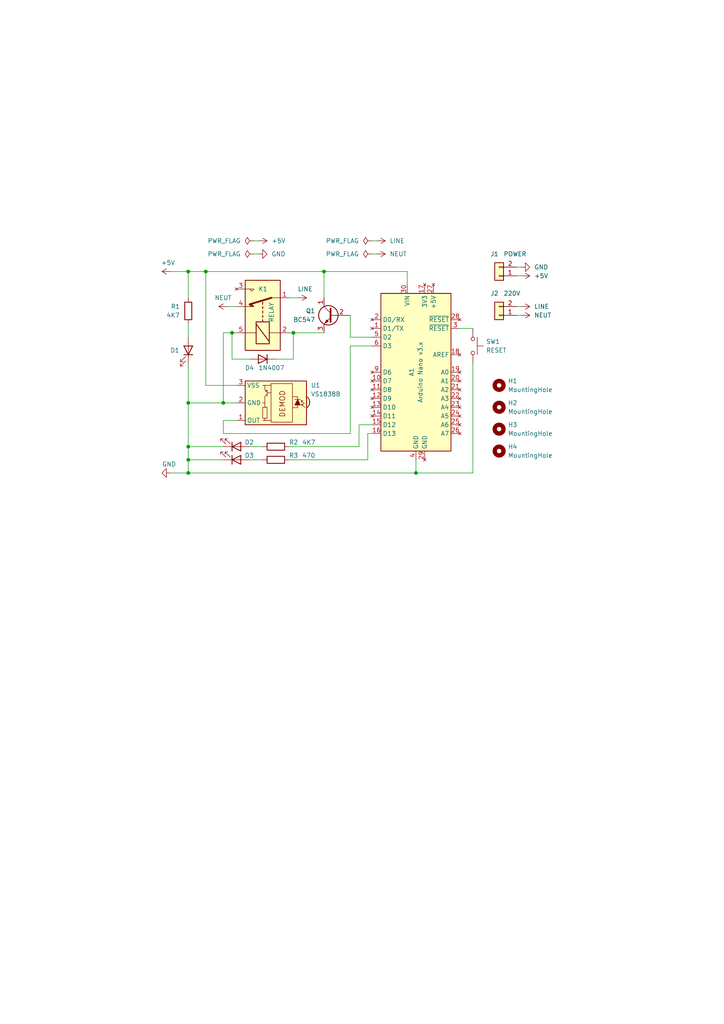
<source format=kicad_sch>
(kicad_sch (version 20211123) (generator eeschema)
  (paper "A4" portrait)
  (lib_symbols
    (symbol "Connector_Generic:Conn_01x02" (pin_names (offset 1.016) hide)
      (property "Reference" "J" (at 0 2.54 0))
      (property "Value" "Conn_01x02" (at 0 -5.08 0))
      (symbol "Conn_01x02_1_1"
        (rectangle (start -1.27 -2.413) (end 0 -2.667) (stroke (width 0.1524)))
        (rectangle (start -1.27 0.127) (end 0 -0.127) (stroke (width 0.1524)))
        (rectangle (start -1.27 1.27) (end 1.27 -3.81) (stroke (width 0.254)) (fill (type background)))
        (pin passive line (at -5.08 0 0) (length 3.81) (name "Pin_1") (number "1"))
        (pin passive line (at -5.08 -2.54 0) (length 3.81) (name "Pin_2") (number "2"))
      )
    )
    (symbol "Custom:VS1338B"
      (property "Reference" "U1" (at -6.35 -8.89 0))
      (property "Value" "VS1338B" (at 5.08 -8.89 0))
      (symbol "VS1338B_0_0"
        (arc (start -10.287 1.397) (mid -11.0899 -0.1905) (end -10.287 -1.778) (stroke (width 0.254)) (fill (type background)))
        (polyline (pts (xy 1.905 -5.08) (xy 0.127 -5.08)))
        (polyline (pts (xy 1.905 5.08) (xy 0.127 5.08)))
        (text "DEMOD" (at -3.175 0.254 900) (effects (font (size 1.524 1.524))))
      )
      (symbol "VS1338B_0_1"
        (rectangle (start -6.096 5.588) (end 0.127 -5.588))
        (polyline (pts (xy -8.763 0.381) (xy -9.652 1.27)))
        (polyline (pts (xy -8.763 0.381) (xy -9.271 0.381)))
        (polyline (pts (xy -8.763 0.381) (xy -8.763 0.889)))
        (polyline (pts (xy -8.636 -0.635) (xy -9.525 0.254)))
        (polyline (pts (xy -8.636 -0.635) (xy -9.144 -0.635)))
        (polyline (pts (xy -8.636 -0.635) (xy -8.636 -0.127)))
        (polyline (pts (xy -8.382 -1.016) (xy -6.731 -1.016)))
        (polyline (pts (xy 1.27 -2.921) (xy 0.127 -2.921)))
        (polyline (pts (xy 1.27 -1.905) (xy 1.27 -3.81)))
        (polyline (pts (xy 1.397 -3.556) (xy 1.524 -3.556)))
        (polyline (pts (xy 1.651 -3.556) (xy 1.524 -3.556)))
        (polyline (pts (xy 1.651 -3.556) (xy 1.651 -3.302)))
        (polyline (pts (xy 1.905 0) (xy 1.905 1.27)))
        (polyline (pts (xy 1.905 4.445) (xy 1.905 5.08) (xy 2.54 5.08)))
        (polyline (pts (xy -8.382 0.635) (xy -6.731 0.635) (xy -7.62 -1.016) (xy -8.382 0.635)) (fill (type outline)))
        (polyline (pts (xy -6.096 1.397) (xy -7.62 1.397) (xy -7.62 -1.778) (xy -6.096 -1.778)))
        (polyline (pts (xy 1.27 -3.175) (xy 1.905 -3.81) (xy 1.905 -5.08) (xy 2.54 -5.08)))
        (polyline (pts (xy 1.27 -2.54) (xy 1.905 -1.905) (xy 1.905 0) (xy 2.54 0)))
        (rectangle (start 2.54 1.27) (end 1.27 4.445))
        (rectangle (start 7.62 6.35) (end -10.16 -6.35) (stroke (width 0.254)) (fill (type background)))
      )
      (symbol "VS1338B_1_1"
        (pin output line (at 10.16 5.08 180) (length 2.54) (name "OUT") (number "1"))
        (pin power_in line (at 10.16 0 180) (length 2.54) (name "GND") (number "2"))
        (pin power_in line (at 10.16 -5.08 180) (length 2.54) (name "VSS") (number "3"))
      )
    )
    (symbol "Device:LED" (pin_numbers hide) (pin_names (offset 1.016) hide)
      (property "Reference" "D" (at 0 2.54 0))
      (property "Value" "LED" (at 0 -2.54 0))
      (symbol "LED_0_1"
        (polyline (pts (xy -1.27 -1.27) (xy -1.27 1.27)) (stroke (width 0.254)))
        (polyline (pts (xy -1.27 0) (xy 1.27 0)))
        (polyline (pts (xy 1.27 -1.27) (xy 1.27 1.27) (xy -1.27 0) (xy 1.27 -1.27)) (stroke (width 0.254)))
        (polyline (pts (xy -3.048 -0.762) (xy -4.572 -2.286) (xy -3.81 -2.286) (xy -4.572 -2.286) (xy -4.572 -1.524)))
        (polyline (pts (xy -1.778 -0.762) (xy -3.302 -2.286) (xy -2.54 -2.286) (xy -3.302 -2.286) (xy -3.302 -1.524)))
      )
      (symbol "LED_1_1"
        (pin passive line (at -3.81 0 0) (length 2.54) (name "K") (number "1"))
        (pin passive line (at 3.81 0 180) (length 2.54) (name "A") (number "2"))
      )
    )
    (symbol "Device:R" (pin_numbers hide) (pin_names (offset 0))
      (property "Reference" "R" (at 2.032 0 90))
      (property "Value" "R" (at 0 0 90))
      (symbol "R_0_1"
        (rectangle (start -1.016 -2.54) (end 1.016 2.54) (stroke (width 0.254)))
      )
      (symbol "R_1_1"
        (pin passive line (at 0 3.81 270) (length 1.27) (name "~") (number "1"))
        (pin passive line (at 0 -3.81 90) (length 1.27) (name "~") (number "2"))
      )
    )
    (symbol "Diode:1N4007" (pin_numbers hide) (pin_names (offset 1.016) hide)
      (property "Reference" "D" (at 0 2.54 0))
      (property "Value" "1N4007" (at 0 -2.54 0))
      (symbol "1N4007_0_1"
        (polyline (pts (xy -1.27 1.27) (xy -1.27 -1.27)) (stroke (width 0.254)))
        (polyline (pts (xy 1.27 0) (xy -1.27 0)))
        (polyline (pts (xy 1.27 1.27) (xy 1.27 -1.27) (xy -1.27 0) (xy 1.27 1.27)) (stroke (width 0.254)))
      )
      (symbol "1N4007_1_1"
        (pin passive line (at -3.81 0 0) (length 2.54) (name "K") (number "1"))
        (pin passive line (at 3.81 0 180) (length 2.54) (name "A") (number "2"))
      )
    )
    (symbol "MCU_Module:Arduino_Nano_v3.x"
      (property "Reference" "A1" (at -1.27 0 90))
      (property "Value" "Arduino Nano v3.0" (at 1.27 0 90))
      (symbol "Arduino_Nano_v3.x_0_1"
        (rectangle (start -10.16 22.86) (end 10.16 -22.86) (stroke (width 0.254)) (fill (type background)))
      )
      (symbol "Arduino_Nano_v3.x_1_1"
        (pin no_connect line (at -12.7 12.7 0) (length 2.54) (name "D1/TX") (number "1"))
        (pin no_connect line (at -12.7 -2.54 0) (length 2.54) (name "D7") (number "10"))
        (pin no_connect line (at -12.7 -5.08 0) (length 2.54) (name "D8") (number "11"))
        (pin no_connect line (at -12.7 -7.62 0) (length 2.54) (name "D9") (number "12"))
        (pin no_connect line (at -12.7 -10.16 0) (length 2.54) (name "D10") (number "13"))
        (pin no_connect line (at -12.7 -12.7 0) (length 2.54) (name "D11") (number "14"))
        (pin bidirectional line (at -12.7 -15.24 0) (length 2.54) (name "D12") (number "15"))
        (pin bidirectional line (at -12.7 -17.78 0) (length 2.54) (name "D13") (number "16"))
        (pin no_connect line (at 2.54 25.4 270) (length 2.54) (name "3V3") (number "17"))
        (pin no_connect line (at 12.7 5.08 180) (length 2.54) (name "AREF") (number "18"))
        (pin no_connect line (at 12.7 0 180) (length 2.54) (name "A0") (number "19"))
        (pin no_connect line (at -12.7 15.24 0) (length 2.54) (name "D0/RX") (number "2"))
        (pin no_connect line (at 12.7 -2.54 180) (length 2.54) (name "A1") (number "20"))
        (pin no_connect line (at 12.7 -5.08 180) (length 2.54) (name "A2") (number "21"))
        (pin no_connect line (at 12.7 -7.62 180) (length 2.54) (name "A3") (number "22"))
        (pin no_connect line (at 12.7 -10.16 180) (length 2.54) (name "A4") (number "23"))
        (pin no_connect line (at 12.7 -12.7 180) (length 2.54) (name "A5") (number "24"))
        (pin no_connect line (at 12.7 -15.24 180) (length 2.54) (name "A6") (number "25"))
        (pin no_connect line (at 12.7 -17.78 180) (length 2.54) (name "A7") (number "26"))
        (pin no_connect line (at 5.08 25.4 270) (length 2.54) (name "+5V") (number "27"))
        (pin no_connect line (at 12.7 15.24 180) (length 2.54) (name "~{RESET}") (number "28"))
        (pin no_connect line (at 2.54 -25.4 90) (length 2.54) (name "GND") (number "29"))
        (pin input line (at 12.7 12.7 180) (length 2.54) (name "~{RESET}") (number "3"))
        (pin power_in line (at -2.54 25.4 270) (length 2.54) (name "VIN") (number "30"))
        (pin power_in line (at 0 -25.4 90) (length 2.54) (name "GND") (number "4"))
        (pin bidirectional line (at -12.7 10.16 0) (length 2.54) (name "D2") (number "5"))
        (pin bidirectional line (at -12.7 7.62 0) (length 2.54) (name "D3") (number "6"))
        (pin no_connect line (at -12.7 0 0) (length 2.54) (name "D6") (number "9"))
      )
    )
    (symbol "Mechanical:MountingHole" (pin_names (offset 1.016))
      (property "Reference" "H" (at 0 5.08 0))
      (property "Value" "MountingHole" (at 0 3.175 0))
      (symbol "MountingHole_0_1"
        (circle (center 0 0) (radius 1.27) (stroke (width 1.27)))
      )
    )
    (symbol "Relay:SANYOU_SRD_Form_C"
      (property "Reference" "K?" (at 11.43 3.81 0))
      (property "Value" "RELAY 5V" (at 11.43 1.27 0))
      (symbol "SANYOU_SRD_Form_C_0_0"
        (polyline (pts (xy 7.62 5.08) (xy 7.62 2.54) (xy 6.985 3.175) (xy 7.62 3.81)))
      )
      (symbol "SANYOU_SRD_Form_C_0_1"
        (rectangle (start -10.16 5.08) (end 10.16 -5.08) (stroke (width 0.254)) (fill (type background)))
        (rectangle (start -8.255 1.905) (end -1.905 -1.905) (stroke (width 0.254)))
        (polyline (pts (xy -7.62 -1.905) (xy -2.54 1.905)) (stroke (width 0.254)))
        (polyline (pts (xy -5.08 -5.08) (xy -5.08 -1.905)))
        (polyline (pts (xy -5.08 5.08) (xy -5.08 1.905)))
        (polyline (pts (xy -1.905 0) (xy -1.27 0)) (stroke (width 0.254)))
        (polyline (pts (xy -0.635 0) (xy 0 0)) (stroke (width 0.254)))
        (polyline (pts (xy 0.635 0) (xy 1.27 0)) (stroke (width 0.254)))
        (polyline (pts (xy 1.905 0) (xy 2.54 0)) (stroke (width 0.254)))
        (polyline (pts (xy 3.175 0) (xy 3.81 0)) (stroke (width 0.254)))
        (polyline (pts (xy 5.08 -2.54) (xy 3.175 3.81)) (stroke (width 0.508)))
        (polyline (pts (xy 5.08 -2.54) (xy 5.08 -5.08)))
      )
      (symbol "SANYOU_SRD_Form_C_1_1"
        (polyline (pts (xy 2.54 3.81) (xy 3.175 3.175) (xy 2.54 2.54) (xy 2.54 5.08)) (fill (type outline)))
        (pin passive line (at 5.08 -7.62 90) (length 2.54) (name "~") (number "1"))
        (pin passive line (at -5.08 -7.62 90) (length 2.54) (name "~") (number "2"))
        (pin no_connect line (at 7.62 7.62 270) (length 2.54) (name "~") (number "3"))
        (pin passive line (at 2.54 7.62 270) (length 2.54) (name "~") (number "4"))
        (pin passive line (at -5.08 7.62 270) (length 2.54) (name "~") (number "5"))
      )
    )
    (symbol "Switch:SW_Push" (pin_numbers hide) (pin_names (offset 1.016) hide)
      (property "Reference" "SW" (at 1.27 2.54 0))
      (property "Value" "SW_Push" (at 0 -1.524 0))
      (symbol "SW_Push_0_1"
        (circle (center -2.032 0) (radius 0.508))
        (polyline (pts (xy 0 1.27) (xy 0 3.048)))
        (polyline (pts (xy 2.54 1.27) (xy -2.54 1.27)))
        (circle (center 2.032 0) (radius 0.508))
        (pin passive line (at -5.08 0 0) (length 2.54) (name "1") (number "1"))
        (pin passive line (at 5.08 0 180) (length 2.54) (name "2") (number "2"))
      )
    )
    (symbol "Transistor_BJT:BC547" (pin_names (offset 0) hide)
      (property "Reference" "Q" (at 5.08 1.905 0))
      (property "Value" "BC547" (at 5.08 0 0))
      (symbol "BC547_0_1"
        (polyline (pts (xy 0 0) (xy 0.635 0)))
        (polyline (pts (xy 0.635 0.635) (xy 2.54 2.54)))
        (polyline (pts (xy 0.635 -0.635) (xy 2.54 -2.54) (xy 2.54 -2.54)))
        (polyline (pts (xy 0.635 1.905) (xy 0.635 -1.905) (xy 0.635 -1.905)) (stroke (width 0.508)))
        (polyline (pts (xy 1.27 -1.778) (xy 1.778 -1.27) (xy 2.286 -2.286) (xy 1.27 -1.778) (xy 1.27 -1.778)) (fill (type outline)))
        (circle (center 1.27 0) (radius 2.8194) (stroke (width 0.254)))
      )
      (symbol "BC547_1_1"
        (pin passive line (at 2.54 5.08 270) (length 2.54) (name "C") (number "1"))
        (pin input line (at -5.08 0 0) (length 5.08) (name "B") (number "2"))
        (pin passive line (at 2.54 -5.08 90) (length 2.54) (name "E") (number "3"))
      )
    )
    (symbol "power:+5V" (power) (pin_names (offset 0))
      (property "Value" "+5V" (at 0 3.556 0))
      (symbol "+5V_0_1"
        (polyline (pts (xy -0.762 1.27) (xy 0 2.54)))
        (polyline (pts (xy 0 0) (xy 0 2.54)))
        (polyline (pts (xy 0 2.54) (xy 0.762 1.27)))
      )
      (symbol "+5V_1_1"
        (pin power_in line (at 0 0 90) (length 0) hide (name "+5V") (number "1"))
      )
    )
    (symbol "power:GND" (power) (pin_names (offset 0))
      (property "Value" "GND" (at 0 -3.81 0))
      (symbol "GND_0_1"
        (polyline (pts (xy 0 0) (xy 0 -1.27) (xy 1.27 -1.27) (xy 0 -2.54) (xy -1.27 -1.27) (xy 0 -1.27)))
      )
      (symbol "GND_1_1"
        (pin power_in line (at 0 0 270) (length 0) hide (name "GND") (number "1"))
      )
    )
    (symbol "power:LINE" (power) (pin_names (offset 0))
      (property "Value" "LINE" (at 0 3.81 0))
      (symbol "LINE_0_1"
        (polyline (pts (xy -0.762 1.27) (xy 0 2.54)))
        (polyline (pts (xy 0 0) (xy 0 2.54)))
        (polyline (pts (xy 0 2.54) (xy 0.762 1.27)))
      )
      (symbol "LINE_1_1"
        (pin power_in line (at 0 0 90) (length 0) hide (name "LINE") (number "1"))
      )
    )
    (symbol "power:NEUT" (power) (pin_names (offset 0))
      (property "Value" "NEUT" (at 0 3.81 0))
      (symbol "NEUT_0_1"
        (polyline (pts (xy -0.762 1.27) (xy 0 2.54)))
        (polyline (pts (xy 0 0) (xy 0 2.54)))
        (polyline (pts (xy 0 2.54) (xy 0.762 1.27)))
      )
      (symbol "NEUT_1_1"
        (pin power_in line (at 0 0 90) (length 0) hide (name "NEUT") (number "1"))
      )
    )
    (symbol "power:PWR_FLAG" (power) (pin_numbers hide) (pin_names (offset 0) hide)
      (property "Value" "PWR_FLAG" (at 0 3.81 0))
      (symbol "PWR_FLAG_0_0"
        (pin power_out line (at 0 0 90) (length 0) (name "pwr") (number "1"))
      )
      (symbol "PWR_FLAG_0_1"
        (polyline (pts (xy 0 0) (xy 0 1.27) (xy -1.016 1.905) (xy 0 2.54) (xy 1.016 1.905) (xy 0 1.27)))
      )
    )
  )
  (junction (at 54.61 116.84))
  (junction (at 54.61 137.16))
  (junction (at 67.31 96.52))
  (junction (at 93.98 78.74))
  (junction (at 85.09 96.52))
  (junction (at 54.61 133.35))
  (junction (at 120.65 137.16))
  (junction (at 54.61 129.54))
  (junction (at 64.77 116.84))
  (junction (at 59.69 78.74))
  (junction (at 54.61 78.74))
  (wire (pts (xy 106.68 125.73) (xy 106.68 133.35)))
  (wire (pts (xy 54.61 78.74) (xy 59.69 78.74)))
  (wire (pts (xy 101.6 100.33) (xy 107.95 100.33)))
  (wire (pts (xy 67.31 104.14) (xy 72.39 104.14)))
  (wire (pts (xy 107.95 69.85) (xy 109.22 69.85)))
  (wire (pts (xy 49.53 137.16) (xy 54.61 137.16)))
  (wire (pts (xy 104.14 123.19) (xy 107.95 123.19)))
  (wire (pts (xy 59.69 78.74) (xy 93.98 78.74)))
  (wire (pts (xy 64.77 96.52) (xy 64.77 116.84)))
  (wire (pts (xy 101.6 125.73) (xy 101.6 100.33)))
  (wire (pts (xy 118.11 78.74) (xy 118.11 82.55)))
  (wire (pts (xy 149.86 80.01) (xy 151.13 80.01)))
  (wire (pts (xy 54.61 129.54) (xy 64.77 129.54)))
  (wire (pts (xy 54.61 105.41) (xy 54.61 116.84)))
  (wire (pts (xy 101.6 91.44) (xy 101.6 97.79)))
  (wire (pts (xy 64.77 121.92) (xy 68.58 121.92)))
  (wire (pts (xy 80.01 104.14) (xy 85.09 104.14)))
  (wire (pts (xy 54.61 137.16) (xy 120.65 137.16)))
  (wire (pts (xy 149.86 91.44) (xy 151.13 91.44)))
  (wire (pts (xy 76.2 129.54) (xy 72.39 129.54)))
  (wire (pts (xy 59.69 111.76) (xy 68.58 111.76)))
  (wire (pts (xy 67.31 96.52) (xy 64.77 96.52)))
  (wire (pts (xy 104.14 123.19) (xy 104.14 129.54)))
  (wire (pts (xy 85.09 96.52) (xy 93.98 96.52)))
  (wire (pts (xy 54.61 129.54) (xy 54.61 133.35)))
  (wire (pts (xy 54.61 93.98) (xy 54.61 97.79)))
  (wire (pts (xy 54.61 78.74) (xy 54.61 86.36)))
  (wire (pts (xy 74.93 73.66) (xy 73.66 73.66)))
  (wire (pts (xy 64.77 121.92) (xy 64.77 125.73)))
  (wire (pts (xy 93.98 78.74) (xy 118.11 78.74)))
  (wire (pts (xy 106.68 125.73) (xy 107.95 125.73)))
  (wire (pts (xy 107.95 73.66) (xy 109.22 73.66)))
  (wire (pts (xy 54.61 116.84) (xy 54.61 129.54)))
  (wire (pts (xy 137.16 105.41) (xy 137.16 137.16)))
  (wire (pts (xy 72.39 133.35) (xy 76.2 133.35)))
  (wire (pts (xy 67.31 96.52) (xy 67.31 104.14)))
  (wire (pts (xy 68.58 96.52) (xy 67.31 96.52)))
  (wire (pts (xy 149.86 88.9) (xy 151.13 88.9)))
  (wire (pts (xy 73.66 69.85) (xy 74.93 69.85)))
  (wire (pts (xy 83.82 129.54) (xy 104.14 129.54)))
  (wire (pts (xy 64.77 125.73) (xy 101.6 125.73)))
  (wire (pts (xy 107.95 97.79) (xy 101.6 97.79)))
  (wire (pts (xy 83.82 96.52) (xy 85.09 96.52)))
  (wire (pts (xy 64.77 116.84) (xy 68.58 116.84)))
  (wire (pts (xy 85.09 96.52) (xy 85.09 104.14)))
  (wire (pts (xy 93.98 78.74) (xy 93.98 86.36)))
  (wire (pts (xy 83.82 86.36) (xy 86.36 86.36)))
  (wire (pts (xy 49.53 78.74) (xy 54.61 78.74)))
  (wire (pts (xy 54.61 133.35) (xy 54.61 137.16)))
  (wire (pts (xy 66.04 88.9) (xy 68.58 88.9)))
  (wire (pts (xy 137.16 137.16) (xy 120.65 137.16)))
  (wire (pts (xy 54.61 116.84) (xy 64.77 116.84)))
  (wire (pts (xy 59.69 78.74) (xy 59.69 111.76)))
  (wire (pts (xy 83.82 133.35) (xy 106.68 133.35)))
  (wire (pts (xy 54.61 133.35) (xy 64.77 133.35)))
  (wire (pts (xy 120.65 133.35) (xy 120.65 137.16)))
  (wire (pts (xy 149.86 77.47) (xy 151.13 77.47)))
  (wire (pts (xy 133.35 95.25) (xy 137.16 95.25)))
  (symbol (lib_id "MCU_Module:Arduino_Nano_v3.x") (at 120.65 107.95 0) (unit 1)
    (property "Reference" "A1" (at 119.38 107.95 90))
    (property "Value" "Arduino Nano v3.x" (at 121.92 107.95 90))
    (property "Footprint" "Module:Arduino_Nano" (effects hide))
    (property "Datasheet" "http://www.mouser.com/pdfdocs/Gravitech_Arduino_Nano3_0.pdf" (effects hide))
  )
  (symbol (lib_id "Device:R") (at 54.61 90.17 0) (unit 1)
    (property "Reference" "R1" (at 49.53 88.9 0) (effects (justify left)))
    (property "Value" "4K7" (at 48.26 91.44 0) (effects (justify left)))
    (property "Footprint" "Resistor_THT:R_Axial_DIN0207_L6.3mm_D2.5mm_P7.62mm_Horizontal" (effects hide))
  )
  (symbol (lib_id "power:GND") (at 151.13 77.47 90) (unit 1)
    (property "Reference" "#PWR06" (effects hide))
    (property "Value" "GND" (at 154.94 77.4699 90) (effects (justify right)))
  )
  (symbol (lib_id "power:PWR_FLAG") (at 73.66 69.85 90) (unit 1)
    (property "Reference" "#FLG01" (effects hide))
    (property "Value" "PWR_FLAG" (at 69.85 69.8499 90) (effects (justify left)))
  )
  (symbol (lib_id "power:PWR_FLAG") (at 73.66 73.66 90) (unit 1)
    (property "Reference" "#FLG02" (effects hide))
    (property "Value" "PWR_FLAG" (at 69.85 73.6599 90) (effects (justify left)))
  )
  (symbol (lib_id "Mechanical:MountingHole") (at 144.78 130.81 0) (unit 1)
    (property "Reference" "H4" (at 147.32 129.5399 0) (effects (justify left)))
    (property "Value" "MountingHole" (at 147.32 132.0799 0) (effects (justify left)))
    (property "Footprint" "MountingHole:MountingHole_2.1mm" (effects hide))
  )
  (symbol (lib_id "power:PWR_FLAG") (at 107.95 69.85 90) (unit 1)
    (property "Reference" "#FLG03" (effects hide))
    (property "Value" "PWR_FLAG" (at 104.14 69.8499 90) (effects (justify left)))
  )
  (symbol (lib_id "power:LINE") (at 86.36 86.36 270) (unit 1)
    (property "Reference" "#PWR011" (effects hide))
    (property "Value" "LINE" (at 86.36 83.82 90) (effects (justify left)))
  )
  (symbol (lib_id "Device:LED") (at 68.58 133.35 0) (mirror x) (unit 1)
    (property "Reference" "D3" (at 73.66 132.08 0) (effects (justify right)))
    (property "Value" "LED" (effects hide))
    (property "Footprint" "LED_THT:LED_D5.0mm" (effects hide))
  )
  (symbol (lib_id "Connector_Generic:Conn_01x02") (at 144.78 91.44 180) (unit 1)
    (property "Reference" "J2" (at 142.24 85.09 0) (effects (justify right)))
    (property "Value" "220V" (at 146.05 85.09 0) (effects (justify right)))
    (property "Footprint" "TerminalBlock:TerminalBlock_bornier-2_P5.08mm" (effects hide))
  )
  (symbol (lib_id "Transistor_BJT:BC547") (at 96.52 91.44 0) (mirror y) (unit 1)
    (property "Reference" "Q1" (at 91.44 90.1699 0) (effects (justify left)))
    (property "Value" "BC547" (at 91.44 92.7099 0) (effects (justify left)))
    (property "Footprint" "Package_TO_SOT_THT:TO-92_Inline_Wide" (effects hide))
    (property "Datasheet" "https://www.onsemi.com/pub/Collateral/BC550-D.pdf" (effects hide))
  )
  (symbol (lib_id "Relay:SANYOU_SRD_Form_C") (at 76.2 91.44 90) (unit 1)
    (property "Reference" "K1" (at 74.93 83.82 90) (effects (justify right)))
    (property "Value" "RELAY" (at 78.74 87.63 0) (effects (justify right)))
    (property "Footprint" "Relay_THT:Relay_SPDT_SANYOU_SRD_Series_Form_C" (effects hide))
    (property "Datasheet" "http://www.sanyourelay.ca/public/products/pdf/SRD.pdf" (effects hide))
  )
  (symbol (lib_id "Device:LED") (at 54.61 101.6 270) (mirror x) (unit 1)
    (property "Reference" "D1" (at 52.07 101.6 90) (effects (justify right)))
    (property "Value" "LED" (effects hide))
    (property "Footprint" "LED_THT:LED_D5.0mm" (effects hide))
  )
  (symbol (lib_id "Custom:VS1338B") (at 78.74 116.84 180) (unit 1)
    (property "Reference" "U1" (at 90.17 111.76 0) (effects (justify right)))
    (property "Value" "VS1838B" (at 90.17 114.3 0) (effects (justify right)))
    (property "Footprint" "OptoDevice:Vishay_MINICAST-3Pin" (effects hide))
    (property "Datasheet" "Datasheet not available" (effects hide))
  )
  (symbol (lib_id "power:+5V") (at 151.13 80.01 270) (unit 1)
    (property "Reference" "#PWR07" (effects hide))
    (property "Value" "+5V" (at 154.94 80.0099 90) (effects (justify left)))
  )
  (symbol (lib_id "power:NEUT") (at 151.13 91.44 270) (unit 1)
    (property "Reference" "#PWR012" (effects hide))
    (property "Value" "NEUT" (at 154.94 91.4399 90) (effects (justify left)))
  )
  (symbol (lib_id "power:GND") (at 74.93 73.66 90) (unit 1)
    (property "Reference" "#PWR02" (effects hide))
    (property "Value" "GND" (at 78.74 73.6599 90) (effects (justify right)))
  )
  (symbol (lib_id "power:GND") (at 49.53 137.16 270) (unit 1)
    (property "Reference" "#PWR05" (effects hide))
    (property "Value" "GND" (at 46.99 134.62 90) (effects (justify left)))
  )
  (symbol (lib_id "Device:R") (at 80.01 129.54 270) (unit 1)
    (property "Reference" "R2" (at 83.82 128.27 90) (effects (justify left)))
    (property "Value" "4K7" (at 87.63 128.27 90) (effects (justify left)))
    (property "Footprint" "Resistor_THT:R_Axial_DIN0207_L6.3mm_D2.5mm_P7.62mm_Horizontal" (effects hide))
  )
  (symbol (lib_id "power:LINE") (at 151.13 88.9 270) (unit 1)
    (property "Reference" "#PWR08" (effects hide))
    (property "Value" "LINE" (at 154.94 88.8999 90) (effects (justify left)))
  )
  (symbol (lib_id "Connector_Generic:Conn_01x02") (at 144.78 80.01 180) (unit 1)
    (property "Reference" "J1" (at 142.24 73.66 0) (effects (justify right)))
    (property "Value" "POWER" (at 146.05 73.66 0) (effects (justify right)))
    (property "Footprint" "Connector_PinHeader_2.54mm:PinHeader_1x02_P2.54mm_Vertical" (effects hide))
  )
  (symbol (lib_id "Switch:SW_Push") (at 137.16 100.33 270) (unit 1)
    (property "Reference" "SW1" (at 140.97 99.0599 90) (effects (justify left)))
    (property "Value" "RESET" (at 140.97 101.5999 90) (effects (justify left)))
    (property "Footprint" "Button_Switch_THT:SW_PUSH-12mm" (effects hide))
  )
  (symbol (lib_id "power:NEUT") (at 66.04 88.9 90) (unit 1)
    (property "Reference" "#PWR09" (effects hide))
    (property "Value" "NEUT" (at 62.23 86.36 90) (effects (justify right)))
  )
  (symbol (lib_id "power:+5V") (at 49.53 78.74 90) (unit 1)
    (property "Reference" "#PWR04" (effects hide))
    (property "Value" "+5V" (at 50.8 76.2 90) (effects (justify left)))
  )
  (symbol (lib_id "power:LINE") (at 109.22 69.85 270) (unit 1)
    (property "Reference" "#PWR03" (effects hide))
    (property "Value" "LINE" (at 113.03 69.8499 90) (effects (justify left)))
  )
  (symbol (lib_id "power:PWR_FLAG") (at 107.95 73.66 90) (unit 1)
    (property "Reference" "#FLG04" (effects hide))
    (property "Value" "PWR_FLAG" (at 104.14 73.6599 90) (effects (justify left)))
  )
  (symbol (lib_id "power:+5V") (at 74.93 69.85 270) (unit 1)
    (property "Reference" "#PWR01" (effects hide))
    (property "Value" "+5V" (at 78.74 69.8499 90) (effects (justify left)))
  )
  (symbol (lib_id "Diode:1N4007") (at 76.2 104.14 180) (unit 1)
    (property "Reference" "D4" (at 72.39 106.68 0))
    (property "Value" "1N4007" (at 78.74 106.68 0))
    (property "Footprint" "Diode_THT:D_DO-41_SOD81_P10.16mm_Horizontal" (effects hide))
    (property "Datasheet" "http://www.vishay.com/docs/88503/1n4001.pdf" (effects hide))
  )
  (symbol (lib_id "Device:LED") (at 68.58 129.54 0) (mirror x) (unit 1)
    (property "Reference" "D2" (at 73.66 128.27 0) (effects (justify right)))
    (property "Value" "LED" (effects hide))
    (property "Footprint" "LED_THT:LED_D5.0mm" (effects hide))
  )
  (symbol (lib_id "Device:R") (at 80.01 133.35 270) (unit 1)
    (property "Reference" "R3" (at 83.82 132.08 90) (effects (justify left)))
    (property "Value" "470" (at 87.63 132.08 90) (effects (justify left)))
    (property "Footprint" "Resistor_THT:R_Axial_DIN0207_L6.3mm_D2.5mm_P7.62mm_Horizontal" (effects hide))
  )
  (symbol (lib_id "power:NEUT") (at 109.22 73.66 270) (unit 1)
    (property "Reference" "#PWR010" (effects hide))
    (property "Value" "NEUT" (at 113.03 73.6599 90) (effects (justify left)))
  )
  (symbol (lib_id "Mechanical:MountingHole") (at 144.78 118.11 0) (unit 1)
    (property "Reference" "H2" (at 147.32 116.8399 0) (effects (justify left)))
    (property "Value" "MountingHole" (at 147.32 119.3799 0) (effects (justify left)))
    (property "Footprint" "MountingHole:MountingHole_2.1mm" (effects hide))
  )
  (symbol (lib_id "Mechanical:MountingHole") (at 144.78 124.46 0) (unit 1)
    (property "Reference" "H3" (at 147.32 123.1899 0) (effects (justify left)))
    (property "Value" "MountingHole" (at 147.32 125.7299 0) (effects (justify left)))
    (property "Footprint" "MountingHole:MountingHole_2.1mm" (effects hide))
  )
  (symbol (lib_id "Mechanical:MountingHole") (at 144.78 111.76 0) (unit 1)
    (property "Reference" "H1" (at 147.32 110.4899 0) (effects (justify left)))
    (property "Value" "MountingHole" (at 147.32 113.0299 0) (effects (justify left)))
    (property "Footprint" "MountingHole:MountingHole_2.1mm" (effects hide))
  )
)
</source>
